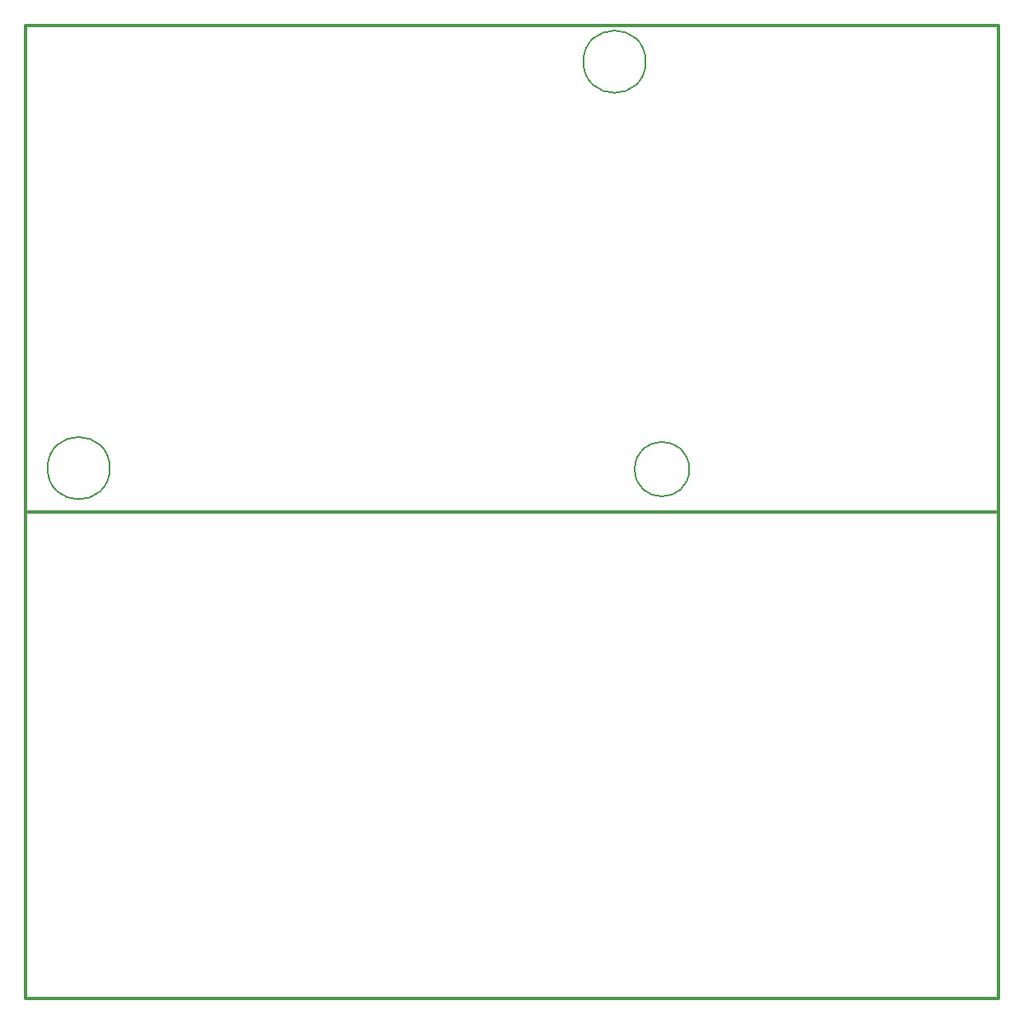
<source format=gbr>
G04 #@! TF.GenerationSoftware,KiCad,Pcbnew,(5.1.6)-1*
G04 #@! TF.CreationDate,2021-03-14T20:17:39+01:00*
G04 #@! TF.ProjectId,ErgoDOX,4572676f-444f-4582-9e6b-696361645f70,rev?*
G04 #@! TF.SameCoordinates,Original*
G04 #@! TF.FileFunction,Other,Comment*
%FSLAX46Y46*%
G04 Gerber Fmt 4.6, Leading zero omitted, Abs format (unit mm)*
G04 Created by KiCad (PCBNEW (5.1.6)-1) date 2021-03-14 20:17:39*
%MOMM*%
%LPD*%
G01*
G04 APERTURE LIST*
%ADD10C,0.304800*%
%ADD11C,0.150000*%
G04 APERTURE END LIST*
D10*
X60000000Y-80000000D02*
X160000000Y-80000000D01*
X60000000Y-30000000D02*
X60000000Y-130000000D01*
X160000000Y-130000000D02*
X60000000Y-130000000D01*
X160000000Y-30000000D02*
X160000000Y-130000000D01*
X60000000Y-30000000D02*
X160000000Y-30000000D01*
D11*
X68630400Y-75488800D02*
G75*
G03*
X68630400Y-75488800I-3200000J0D01*
G01*
X123748400Y-33680400D02*
G75*
G03*
X123748400Y-33680400I-3200000J0D01*
G01*
X128225200Y-75590400D02*
G75*
G03*
X128225200Y-75590400I-2800000J0D01*
G01*
M02*

</source>
